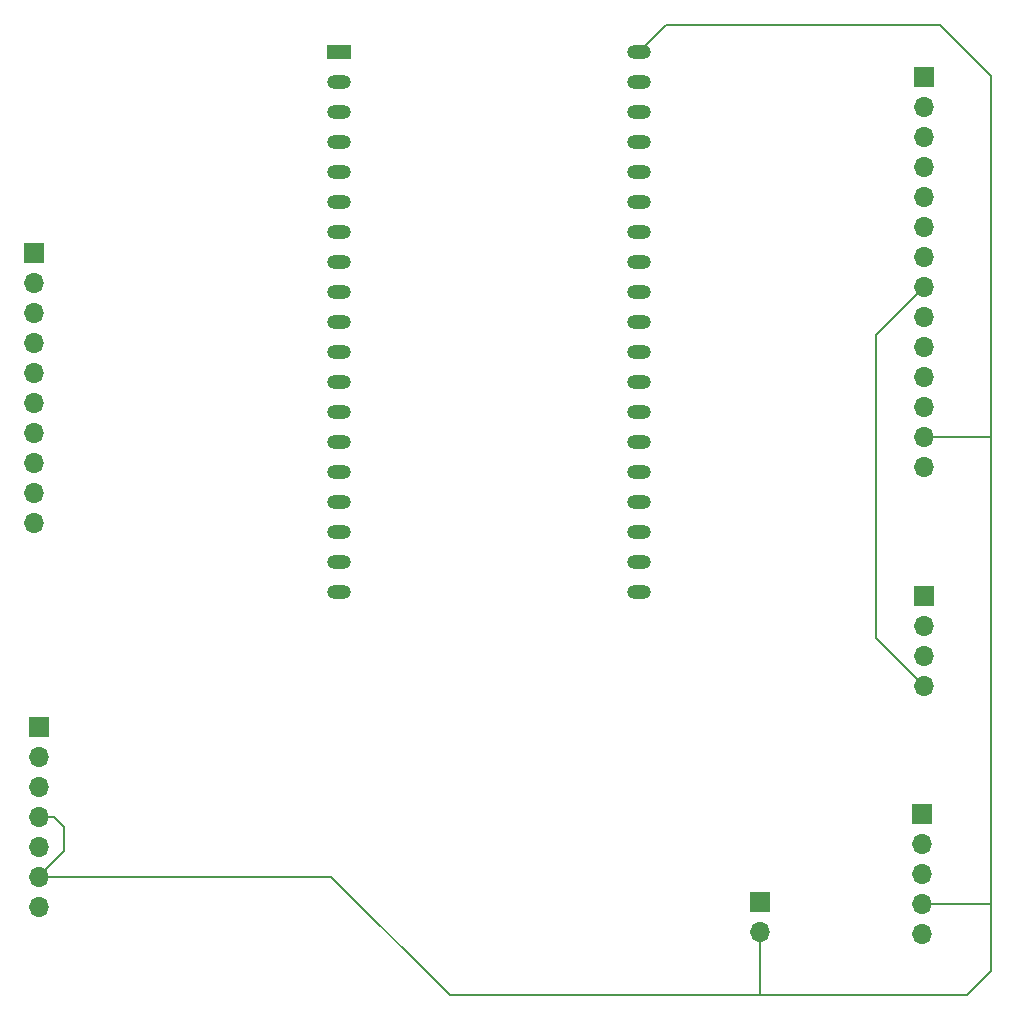
<source format=gbr>
%TF.GenerationSoftware,KiCad,Pcbnew,8.0.7*%
%TF.CreationDate,2025-01-15T13:48:50-05:00*%
%TF.ProjectId,CPU,4350552e-6b69-4636-9164-5f7063625858,rev?*%
%TF.SameCoordinates,Original*%
%TF.FileFunction,Copper,L2,Inr*%
%TF.FilePolarity,Positive*%
%FSLAX46Y46*%
G04 Gerber Fmt 4.6, Leading zero omitted, Abs format (unit mm)*
G04 Created by KiCad (PCBNEW 8.0.7) date 2025-01-15 13:48:50*
%MOMM*%
%LPD*%
G01*
G04 APERTURE LIST*
%TA.AperFunction,ComponentPad*%
%ADD10R,1.700000X1.700000*%
%TD*%
%TA.AperFunction,ComponentPad*%
%ADD11O,1.700000X1.700000*%
%TD*%
%TA.AperFunction,ComponentPad*%
%ADD12R,2.000000X1.200000*%
%TD*%
%TA.AperFunction,ComponentPad*%
%ADD13O,2.000000X1.200000*%
%TD*%
%TA.AperFunction,Conductor*%
%ADD14C,0.200000*%
%TD*%
G04 APERTURE END LIST*
D10*
%TO.N,Net-(J5-Pin_1)*%
%TO.C,J5*%
X90678000Y-119561000D03*
D11*
%TO.N,Net-(J5-Pin_2)*%
X90678000Y-122101000D03*
%TO.N,Net-(J5-Pin_3)*%
X90678000Y-124641000D03*
%TO.N,GND*%
X90678000Y-127181000D03*
%TO.N,unconnected-(J5-Pin_5-Pad5)*%
X90678000Y-129721000D03*
%TO.N,GND*%
X90678000Y-132261000D03*
%TO.N,Net-(J1-Pin_14)*%
X90678000Y-134801000D03*
%TD*%
D10*
%TO.N,Net-(J3-Pin_1)*%
%TO.C,J3*%
X165608000Y-108512000D03*
D11*
%TO.N,Net-(J1-Pin_3)*%
X165608000Y-111052000D03*
%TO.N,Net-(J1-Pin_2)*%
X165608000Y-113592000D03*
%TO.N,Net-(J1-Pin_5)*%
X165608000Y-116132000D03*
%TD*%
D10*
%TO.N,unconnected-(J1-Pin_1-Pad1)*%
%TO.C,J1*%
X165608000Y-64570000D03*
D11*
%TO.N,Net-(J1-Pin_2)*%
X165608000Y-67110000D03*
%TO.N,Net-(J1-Pin_3)*%
X165608000Y-69650000D03*
%TO.N,Net-(J1-Pin_4)*%
X165608000Y-72190000D03*
%TO.N,Net-(J1-Pin_5)*%
X165608000Y-74730000D03*
%TO.N,Net-(J1-Pin_2)*%
X165608000Y-77270000D03*
%TO.N,Net-(J1-Pin_14)*%
X165608000Y-79810000D03*
%TO.N,Net-(J1-Pin_5)*%
X165608000Y-82350000D03*
%TO.N,unconnected-(J1-Pin_9-Pad9)*%
X165608000Y-84890000D03*
%TO.N,Net-(J1-Pin_10)*%
X165608000Y-87430000D03*
%TO.N,Net-(J1-Pin_11)*%
X165608000Y-89970000D03*
%TO.N,Net-(J1-Pin_12)*%
X165608000Y-92510000D03*
%TO.N,GND*%
X165608000Y-95050000D03*
%TO.N,Net-(J1-Pin_14)*%
X165608000Y-97590000D03*
%TD*%
D12*
%TO.N,Net-(J1-Pin_14)*%
%TO.C,U1*%
X116076000Y-62415000D03*
D13*
%TO.N,unconnected-(U1-EN-Pad2)*%
X116076000Y-64955000D03*
%TO.N,Net-(J2-Pin_1)*%
X116076000Y-67495000D03*
%TO.N,Net-(J2-Pin_2)*%
X116076000Y-70035000D03*
%TO.N,Net-(J2-Pin_3)*%
X116076000Y-72575000D03*
%TO.N,Net-(J2-Pin_4)*%
X116076000Y-75115000D03*
%TO.N,Net-(J2-Pin_5)*%
X116076000Y-77655000D03*
%TO.N,Net-(J2-Pin_6)*%
X116076000Y-80195000D03*
%TO.N,Net-(J5-Pin_1)*%
X116076000Y-82735000D03*
%TO.N,Net-(J5-Pin_2)*%
X116076000Y-85275000D03*
%TO.N,Net-(J1-Pin_4)*%
X116076000Y-87815000D03*
%TO.N,Net-(J4-Pin_1)*%
X116076000Y-90355000D03*
%TO.N,Net-(J4-Pin_2)*%
X116076000Y-92895000D03*
%TO.N,Net-(J2-Pin_10)*%
X116076000Y-95435000D03*
%TO.N,Net-(J4-Pin_3)*%
X116076000Y-97975000D03*
%TO.N,unconnected-(U1-SD2-Pad16)*%
X116076000Y-100515000D03*
%TO.N,unconnected-(U1-SD3-Pad17)*%
X116076000Y-103055000D03*
%TO.N,unconnected-(U1-CMD-Pad18)*%
X116076000Y-105595000D03*
%TO.N,Net-(J6-Pin_1)*%
X116076000Y-108135000D03*
%TO.N,unconnected-(U1-CLK-Pad20)*%
X141472320Y-108132280D03*
%TO.N,unconnected-(U1-SD0-Pad21)*%
X141472320Y-105592280D03*
%TO.N,unconnected-(U1-SD1-Pad22)*%
X141476000Y-103055000D03*
%TO.N,Net-(J1-Pin_12)*%
X141476000Y-100515000D03*
%TO.N,Net-(J1-Pin_11)*%
X141476000Y-97975000D03*
%TO.N,unconnected-(U1-IO0-Pad25)*%
X141476000Y-95435000D03*
%TO.N,Net-(J1-Pin_10)*%
X141476000Y-92895000D03*
%TO.N,Net-(J2-Pin_9)*%
X141476000Y-90355000D03*
%TO.N,Net-(J2-Pin_8)*%
X141476000Y-87815000D03*
%TO.N,Net-(J3-Pin_1)*%
X141476000Y-85275000D03*
%TO.N,Net-(J1-Pin_5)*%
X141476000Y-82735000D03*
%TO.N,Net-(J1-Pin_3)*%
X141476000Y-80195000D03*
%TO.N,unconnected-(U1-GND2-Pad32)*%
X141476000Y-77655000D03*
%TO.N,Net-(J2-Pin_7)*%
X141476000Y-75115000D03*
%TO.N,unconnected-(U1-RXD0-Pad34)*%
X141476000Y-72575000D03*
%TO.N,unconnected-(U1-TXD0-Pad35)*%
X141476000Y-70035000D03*
%TO.N,Net-(J5-Pin_3)*%
X141476000Y-67495000D03*
%TO.N,Net-(J1-Pin_2)*%
X141476000Y-64955000D03*
%TO.N,GND*%
X141476000Y-62415000D03*
%TD*%
D10*
%TO.N,Net-(J2-Pin_1)*%
%TO.C,J2*%
X90297000Y-79426500D03*
D11*
%TO.N,Net-(J2-Pin_2)*%
X90297000Y-81966500D03*
%TO.N,Net-(J2-Pin_3)*%
X90297000Y-84506500D03*
%TO.N,Net-(J2-Pin_4)*%
X90297000Y-87046500D03*
%TO.N,Net-(J2-Pin_5)*%
X90297000Y-89586500D03*
%TO.N,Net-(J2-Pin_6)*%
X90297000Y-92126500D03*
%TO.N,Net-(J2-Pin_7)*%
X90297000Y-94666500D03*
%TO.N,Net-(J2-Pin_8)*%
X90297000Y-97206500D03*
%TO.N,Net-(J2-Pin_9)*%
X90297000Y-99746500D03*
%TO.N,Net-(J2-Pin_10)*%
X90297000Y-102286500D03*
%TD*%
D10*
%TO.N,Net-(J6-Pin_1)*%
%TO.C,J6*%
X151765000Y-134415000D03*
D11*
%TO.N,GND*%
X151765000Y-136955000D03*
%TD*%
D10*
%TO.N,Net-(J4-Pin_1)*%
%TO.C,J4*%
X165481000Y-126927000D03*
D11*
%TO.N,Net-(J4-Pin_2)*%
X165481000Y-129467000D03*
%TO.N,Net-(J4-Pin_3)*%
X165481000Y-132007000D03*
%TO.N,GND*%
X165481000Y-134547000D03*
%TO.N,Net-(J1-Pin_14)*%
X165481000Y-137087000D03*
%TD*%
D14*
%TO.N,GND*%
X92837000Y-130048000D02*
X90678000Y-132207000D01*
X92837000Y-128070000D02*
X92837000Y-130048000D01*
X141476000Y-62415000D02*
X143766000Y-60125000D01*
X171323000Y-95050000D02*
X171323000Y-134547000D01*
X90678000Y-132261000D02*
X115443000Y-132261000D01*
X165481000Y-134547000D02*
X171323000Y-134547000D01*
X169291000Y-142294000D02*
X171323000Y-140262000D01*
X167005000Y-60125000D02*
X171323000Y-64443000D01*
X90678000Y-132207000D02*
X90678000Y-132261000D01*
X171323000Y-140262000D02*
X171323000Y-134547000D01*
X171323000Y-64443000D02*
X171323000Y-95050000D01*
X151765000Y-142294000D02*
X169291000Y-142294000D01*
X151765000Y-136955000D02*
X151765000Y-142294000D01*
X143766000Y-60125000D02*
X167005000Y-60125000D01*
X90678000Y-127181000D02*
X91948000Y-127181000D01*
X125476000Y-142294000D02*
X151765000Y-142294000D01*
X165608000Y-95050000D02*
X171323000Y-95050000D01*
X91948000Y-127181000D02*
X92837000Y-128070000D01*
X115443000Y-132261000D02*
X125476000Y-142294000D01*
%TO.N,Net-(J1-Pin_5)*%
X161544000Y-112068000D02*
X161544000Y-86414000D01*
X161544000Y-86414000D02*
X165608000Y-82350000D01*
X165608000Y-116132000D02*
X161544000Y-112068000D01*
%TD*%
M02*

</source>
